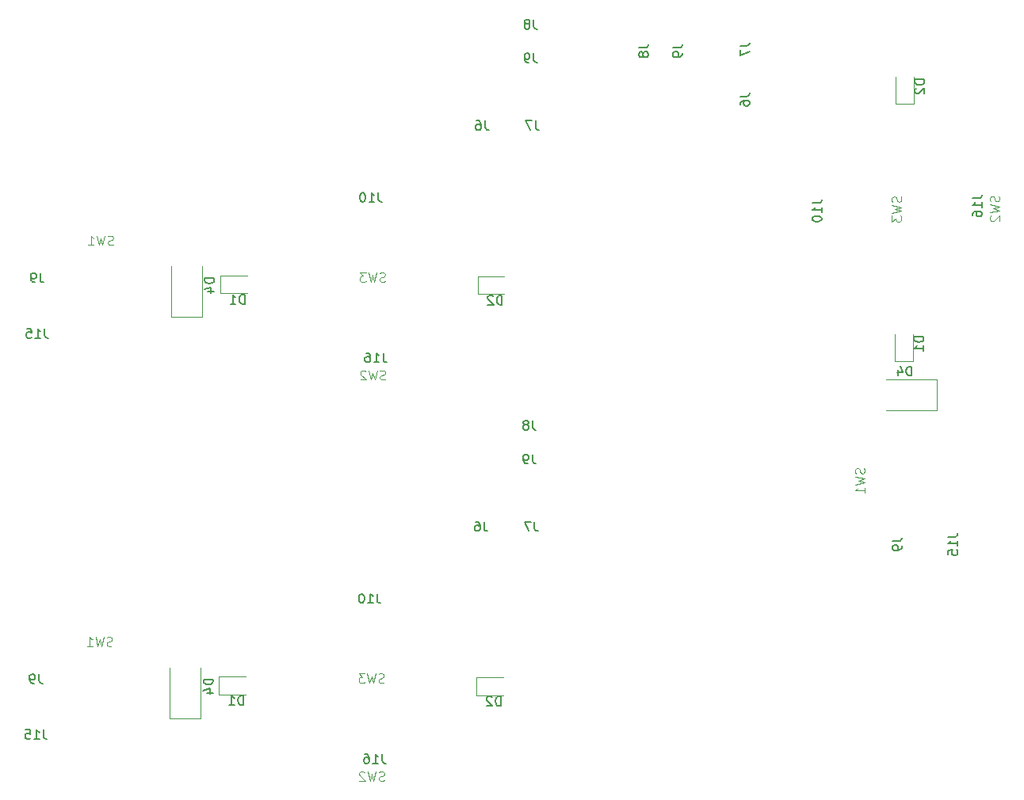
<source format=gbr>
G04 #@! TF.GenerationSoftware,KiCad,Pcbnew,(5.1.4)-1*
G04 #@! TF.CreationDate,2020-04-09T13:39:23+02:00*
G04 #@! TF.ProjectId,output.sky_panel_03_kits,6f757470-7574-42e7-936b-795f70616e65,rev?*
G04 #@! TF.SameCoordinates,Original*
G04 #@! TF.FileFunction,Legend,Bot*
G04 #@! TF.FilePolarity,Positive*
%FSLAX46Y46*%
G04 Gerber Fmt 4.6, Leading zero omitted, Abs format (unit mm)*
G04 Created by KiCad (PCBNEW (5.1.4)-1) date 2020-04-09 13:39:23*
%MOMM*%
%LPD*%
G04 APERTURE LIST*
%ADD10C,0.120000*%
%ADD11C,0.150000*%
%ADD12C,0.015000*%
G04 APERTURE END LIST*
D10*
X224065000Y-82485000D02*
X224065000Y-79625000D01*
X225985000Y-82485000D02*
X224065000Y-82485000D01*
X225985000Y-79625000D02*
X225985000Y-82485000D01*
X228435000Y-111945000D02*
X223035000Y-111945000D01*
X228435000Y-115245000D02*
X223035000Y-115245000D01*
X228435000Y-111945000D02*
X228435000Y-115245000D01*
X223983000Y-109983000D02*
X223983000Y-107123000D01*
X225903000Y-109983000D02*
X223983000Y-109983000D01*
X225903000Y-107123000D02*
X225903000Y-109983000D01*
X182275000Y-102810000D02*
X179415000Y-102810000D01*
X179415000Y-102810000D02*
X179415000Y-100890000D01*
X179415000Y-100890000D02*
X182275000Y-100890000D01*
X149955000Y-105260000D02*
X146655000Y-105260000D01*
X146655000Y-105260000D02*
X146655000Y-99860000D01*
X149955000Y-105260000D02*
X149955000Y-99860000D01*
X154777000Y-102728000D02*
X151917000Y-102728000D01*
X151917000Y-102728000D02*
X151917000Y-100808000D01*
X151917000Y-100808000D02*
X154777000Y-100808000D01*
X149830000Y-148135000D02*
X149830000Y-142735000D01*
X146530000Y-148135000D02*
X146530000Y-142735000D01*
X149830000Y-148135000D02*
X146530000Y-148135000D01*
X179290000Y-143765000D02*
X182150000Y-143765000D01*
X179290000Y-145685000D02*
X179290000Y-143765000D01*
X182150000Y-145685000D02*
X179290000Y-145685000D01*
X151792000Y-143683000D02*
X154652000Y-143683000D01*
X151792000Y-145603000D02*
X151792000Y-143683000D01*
X154652000Y-145603000D02*
X151792000Y-145603000D01*
D11*
X229677380Y-128755476D02*
X230391666Y-128755476D01*
X230534523Y-128707857D01*
X230629761Y-128612619D01*
X230677380Y-128469761D01*
X230677380Y-128374523D01*
X230677380Y-129755476D02*
X230677380Y-129184047D01*
X230677380Y-129469761D02*
X229677380Y-129469761D01*
X229820238Y-129374523D01*
X229915476Y-129279285D01*
X229963095Y-129184047D01*
X229677380Y-130660238D02*
X229677380Y-130184047D01*
X230153571Y-130136428D01*
X230105952Y-130184047D01*
X230058333Y-130279285D01*
X230058333Y-130517380D01*
X230105952Y-130612619D01*
X230153571Y-130660238D01*
X230248809Y-130707857D01*
X230486904Y-130707857D01*
X230582142Y-130660238D01*
X230629761Y-130612619D01*
X230677380Y-130517380D01*
X230677380Y-130279285D01*
X230629761Y-130184047D01*
X230582142Y-130136428D01*
X227127380Y-79886904D02*
X226127380Y-79886904D01*
X226127380Y-80125000D01*
X226175000Y-80267857D01*
X226270238Y-80363095D01*
X226365476Y-80410714D01*
X226555952Y-80458333D01*
X226698809Y-80458333D01*
X226889285Y-80410714D01*
X226984523Y-80363095D01*
X227079761Y-80267857D01*
X227127380Y-80125000D01*
X227127380Y-79886904D01*
X226222619Y-80839285D02*
X226175000Y-80886904D01*
X226127380Y-80982142D01*
X226127380Y-81220238D01*
X226175000Y-81315476D01*
X226222619Y-81363095D01*
X226317857Y-81410714D01*
X226413095Y-81410714D01*
X226555952Y-81363095D01*
X227127380Y-80791666D01*
X227127380Y-81410714D01*
D12*
X220709029Y-121415091D02*
X220756713Y-121558141D01*
X220756713Y-121796559D01*
X220709029Y-121891926D01*
X220661346Y-121939610D01*
X220565979Y-121987293D01*
X220470612Y-121987293D01*
X220375245Y-121939610D01*
X220327561Y-121891926D01*
X220279878Y-121796559D01*
X220232194Y-121605825D01*
X220184511Y-121510458D01*
X220136827Y-121462774D01*
X220041460Y-121415091D01*
X219946093Y-121415091D01*
X219850726Y-121462774D01*
X219803043Y-121510458D01*
X219755359Y-121605825D01*
X219755359Y-121844243D01*
X219803043Y-121987293D01*
X219755359Y-122321078D02*
X220756713Y-122559495D01*
X220041460Y-122750230D01*
X220756713Y-122940964D01*
X219755359Y-123179381D01*
X220756713Y-124085368D02*
X220756713Y-123513166D01*
X220756713Y-123799267D02*
X219755359Y-123799267D01*
X219898410Y-123703900D01*
X219993777Y-123608533D01*
X220041460Y-123513166D01*
D11*
X225773095Y-111547380D02*
X225773095Y-110547380D01*
X225535000Y-110547380D01*
X225392142Y-110595000D01*
X225296904Y-110690238D01*
X225249285Y-110785476D01*
X225201666Y-110975952D01*
X225201666Y-111118809D01*
X225249285Y-111309285D01*
X225296904Y-111404523D01*
X225392142Y-111499761D01*
X225535000Y-111547380D01*
X225773095Y-111547380D01*
X224344523Y-110880714D02*
X224344523Y-111547380D01*
X224582619Y-110499761D02*
X224820714Y-111214047D01*
X224201666Y-111214047D01*
X215147380Y-93095476D02*
X215861666Y-93095476D01*
X216004523Y-93047857D01*
X216099761Y-92952619D01*
X216147380Y-92809761D01*
X216147380Y-92714523D01*
X216147380Y-94095476D02*
X216147380Y-93524047D01*
X216147380Y-93809761D02*
X215147380Y-93809761D01*
X215290238Y-93714523D01*
X215385476Y-93619285D01*
X215433095Y-93524047D01*
X215147380Y-94714523D02*
X215147380Y-94809761D01*
X215195000Y-94905000D01*
X215242619Y-94952619D01*
X215337857Y-95000238D01*
X215528333Y-95047857D01*
X215766428Y-95047857D01*
X215956904Y-95000238D01*
X216052142Y-94952619D01*
X216099761Y-94905000D01*
X216147380Y-94809761D01*
X216147380Y-94714523D01*
X216099761Y-94619285D01*
X216052142Y-94571666D01*
X215956904Y-94524047D01*
X215766428Y-94476428D01*
X215528333Y-94476428D01*
X215337857Y-94524047D01*
X215242619Y-94571666D01*
X215195000Y-94619285D01*
X215147380Y-94714523D01*
X207449380Y-76292666D02*
X208163666Y-76292666D01*
X208306523Y-76245047D01*
X208401761Y-76149809D01*
X208449380Y-76006952D01*
X208449380Y-75911714D01*
X207449380Y-76673619D02*
X207449380Y-77340285D01*
X208449380Y-76911714D01*
X227045380Y-107384904D02*
X226045380Y-107384904D01*
X226045380Y-107623000D01*
X226093000Y-107765857D01*
X226188238Y-107861095D01*
X226283476Y-107908714D01*
X226473952Y-107956333D01*
X226616809Y-107956333D01*
X226807285Y-107908714D01*
X226902523Y-107861095D01*
X226997761Y-107765857D01*
X227045380Y-107623000D01*
X227045380Y-107384904D01*
X227045380Y-108908714D02*
X227045380Y-108337285D01*
X227045380Y-108623000D02*
X226045380Y-108623000D01*
X226188238Y-108527761D01*
X226283476Y-108432523D01*
X226331095Y-108337285D01*
X223727380Y-129221666D02*
X224441666Y-129221666D01*
X224584523Y-129174047D01*
X224679761Y-129078809D01*
X224727380Y-128935952D01*
X224727380Y-128840714D01*
X224727380Y-129745476D02*
X224727380Y-129935952D01*
X224679761Y-130031190D01*
X224632142Y-130078809D01*
X224489285Y-130174047D01*
X224298809Y-130221666D01*
X223917857Y-130221666D01*
X223822619Y-130174047D01*
X223775000Y-130126428D01*
X223727380Y-130031190D01*
X223727380Y-129840714D01*
X223775000Y-129745476D01*
X223822619Y-129697857D01*
X223917857Y-129650238D01*
X224155952Y-129650238D01*
X224251190Y-129697857D01*
X224298809Y-129745476D01*
X224346428Y-129840714D01*
X224346428Y-130031190D01*
X224298809Y-130126428D01*
X224251190Y-130174047D01*
X224155952Y-130221666D01*
X196649380Y-76492666D02*
X197363666Y-76492666D01*
X197506523Y-76445047D01*
X197601761Y-76349809D01*
X197649380Y-76206952D01*
X197649380Y-76111714D01*
X197077952Y-77111714D02*
X197030333Y-77016476D01*
X196982714Y-76968857D01*
X196887476Y-76921238D01*
X196839857Y-76921238D01*
X196744619Y-76968857D01*
X196697000Y-77016476D01*
X196649380Y-77111714D01*
X196649380Y-77302190D01*
X196697000Y-77397428D01*
X196744619Y-77445047D01*
X196839857Y-77492666D01*
X196887476Y-77492666D01*
X196982714Y-77445047D01*
X197030333Y-77397428D01*
X197077952Y-77302190D01*
X197077952Y-77111714D01*
X197125571Y-77016476D01*
X197173190Y-76968857D01*
X197268428Y-76921238D01*
X197458904Y-76921238D01*
X197554142Y-76968857D01*
X197601761Y-77016476D01*
X197649380Y-77111714D01*
X197649380Y-77302190D01*
X197601761Y-77397428D01*
X197554142Y-77445047D01*
X197458904Y-77492666D01*
X197268428Y-77492666D01*
X197173190Y-77445047D01*
X197125571Y-77397428D01*
X197077952Y-77302190D01*
X200249380Y-76492666D02*
X200963666Y-76492666D01*
X201106523Y-76445047D01*
X201201761Y-76349809D01*
X201249380Y-76206952D01*
X201249380Y-76111714D01*
X201249380Y-77016476D02*
X201249380Y-77206952D01*
X201201761Y-77302190D01*
X201154142Y-77349809D01*
X201011285Y-77445047D01*
X200820809Y-77492666D01*
X200439857Y-77492666D01*
X200344619Y-77445047D01*
X200297000Y-77397428D01*
X200249380Y-77302190D01*
X200249380Y-77111714D01*
X200297000Y-77016476D01*
X200344619Y-76968857D01*
X200439857Y-76921238D01*
X200677952Y-76921238D01*
X200773190Y-76968857D01*
X200820809Y-77016476D01*
X200868428Y-77111714D01*
X200868428Y-77302190D01*
X200820809Y-77397428D01*
X200773190Y-77445047D01*
X200677952Y-77492666D01*
X207449380Y-81692666D02*
X208163666Y-81692666D01*
X208306523Y-81645047D01*
X208401761Y-81549809D01*
X208449380Y-81406952D01*
X208449380Y-81311714D01*
X207449380Y-82597428D02*
X207449380Y-82406952D01*
X207497000Y-82311714D01*
X207544619Y-82264095D01*
X207687476Y-82168857D01*
X207877952Y-82121238D01*
X208258904Y-82121238D01*
X208354142Y-82168857D01*
X208401761Y-82216476D01*
X208449380Y-82311714D01*
X208449380Y-82502190D01*
X208401761Y-82597428D01*
X208354142Y-82645047D01*
X208258904Y-82692666D01*
X208020809Y-82692666D01*
X207925571Y-82645047D01*
X207877952Y-82597428D01*
X207830333Y-82502190D01*
X207830333Y-82311714D01*
X207877952Y-82216476D01*
X207925571Y-82168857D01*
X208020809Y-82121238D01*
D12*
X235101589Y-92344631D02*
X235149273Y-92487681D01*
X235149273Y-92726099D01*
X235101589Y-92821466D01*
X235053906Y-92869150D01*
X234958539Y-92916833D01*
X234863172Y-92916833D01*
X234767805Y-92869150D01*
X234720121Y-92821466D01*
X234672438Y-92726099D01*
X234624754Y-92535365D01*
X234577071Y-92439998D01*
X234529387Y-92392314D01*
X234434020Y-92344631D01*
X234338653Y-92344631D01*
X234243286Y-92392314D01*
X234195603Y-92439998D01*
X234147919Y-92535365D01*
X234147919Y-92773783D01*
X234195603Y-92916833D01*
X234147919Y-93250618D02*
X235149273Y-93489035D01*
X234434020Y-93679770D01*
X235149273Y-93870504D01*
X234147919Y-94108921D01*
X234243286Y-94442706D02*
X234195603Y-94490389D01*
X234147919Y-94585756D01*
X234147919Y-94824174D01*
X234195603Y-94919541D01*
X234243286Y-94967225D01*
X234338653Y-95014908D01*
X234434020Y-95014908D01*
X234577071Y-94967225D01*
X235149273Y-94395022D01*
X235149273Y-95014908D01*
X224631589Y-92384631D02*
X224679273Y-92527681D01*
X224679273Y-92766099D01*
X224631589Y-92861466D01*
X224583906Y-92909150D01*
X224488539Y-92956833D01*
X224393172Y-92956833D01*
X224297805Y-92909150D01*
X224250121Y-92861466D01*
X224202438Y-92766099D01*
X224154754Y-92575365D01*
X224107071Y-92479998D01*
X224059387Y-92432314D01*
X223964020Y-92384631D01*
X223868653Y-92384631D01*
X223773286Y-92432314D01*
X223725603Y-92479998D01*
X223677919Y-92575365D01*
X223677919Y-92813783D01*
X223725603Y-92956833D01*
X223677919Y-93290618D02*
X224679273Y-93529035D01*
X223964020Y-93719770D01*
X224679273Y-93910504D01*
X223677919Y-94148921D01*
X223677919Y-94435022D02*
X223677919Y-95054908D01*
X224059387Y-94721124D01*
X224059387Y-94864174D01*
X224107071Y-94959541D01*
X224154754Y-95007225D01*
X224250121Y-95054908D01*
X224488539Y-95054908D01*
X224583906Y-95007225D01*
X224631589Y-94959541D01*
X224679273Y-94864174D01*
X224679273Y-94578073D01*
X224631589Y-94482706D01*
X224583906Y-94435022D01*
D11*
X232277380Y-92575476D02*
X232991666Y-92575476D01*
X233134523Y-92527857D01*
X233229761Y-92432619D01*
X233277380Y-92289761D01*
X233277380Y-92194523D01*
X233277380Y-93575476D02*
X233277380Y-93004047D01*
X233277380Y-93289761D02*
X232277380Y-93289761D01*
X232420238Y-93194523D01*
X232515476Y-93099285D01*
X232563095Y-93004047D01*
X232277380Y-94432619D02*
X232277380Y-94242142D01*
X232325000Y-94146904D01*
X232372619Y-94099285D01*
X232515476Y-94004047D01*
X232705952Y-93956428D01*
X233086904Y-93956428D01*
X233182142Y-94004047D01*
X233229761Y-94051666D01*
X233277380Y-94146904D01*
X233277380Y-94337380D01*
X233229761Y-94432619D01*
X233182142Y-94480238D01*
X233086904Y-94527857D01*
X232848809Y-94527857D01*
X232753571Y-94480238D01*
X232705952Y-94432619D01*
X232658333Y-94337380D01*
X232658333Y-94146904D01*
X232705952Y-94051666D01*
X232753571Y-94004047D01*
X232848809Y-93956428D01*
X169324523Y-109102380D02*
X169324523Y-109816666D01*
X169372142Y-109959523D01*
X169467380Y-110054761D01*
X169610238Y-110102380D01*
X169705476Y-110102380D01*
X168324523Y-110102380D02*
X168895952Y-110102380D01*
X168610238Y-110102380D02*
X168610238Y-109102380D01*
X168705476Y-109245238D01*
X168800714Y-109340476D01*
X168895952Y-109388095D01*
X167467380Y-109102380D02*
X167657857Y-109102380D01*
X167753095Y-109150000D01*
X167800714Y-109197619D01*
X167895952Y-109340476D01*
X167943571Y-109530952D01*
X167943571Y-109911904D01*
X167895952Y-110007142D01*
X167848333Y-110054761D01*
X167753095Y-110102380D01*
X167562619Y-110102380D01*
X167467380Y-110054761D01*
X167419761Y-110007142D01*
X167372142Y-109911904D01*
X167372142Y-109673809D01*
X167419761Y-109578571D01*
X167467380Y-109530952D01*
X167562619Y-109483333D01*
X167753095Y-109483333D01*
X167848333Y-109530952D01*
X167895952Y-109578571D01*
X167943571Y-109673809D01*
X133144523Y-106502380D02*
X133144523Y-107216666D01*
X133192142Y-107359523D01*
X133287380Y-107454761D01*
X133430238Y-107502380D01*
X133525476Y-107502380D01*
X132144523Y-107502380D02*
X132715952Y-107502380D01*
X132430238Y-107502380D02*
X132430238Y-106502380D01*
X132525476Y-106645238D01*
X132620714Y-106740476D01*
X132715952Y-106788095D01*
X131239761Y-106502380D02*
X131715952Y-106502380D01*
X131763571Y-106978571D01*
X131715952Y-106930952D01*
X131620714Y-106883333D01*
X131382619Y-106883333D01*
X131287380Y-106930952D01*
X131239761Y-106978571D01*
X131192142Y-107073809D01*
X131192142Y-107311904D01*
X131239761Y-107407142D01*
X131287380Y-107454761D01*
X131382619Y-107502380D01*
X131620714Y-107502380D01*
X131715952Y-107454761D01*
X131763571Y-107407142D01*
X182013095Y-103952380D02*
X182013095Y-102952380D01*
X181775000Y-102952380D01*
X181632142Y-103000000D01*
X181536904Y-103095238D01*
X181489285Y-103190476D01*
X181441666Y-103380952D01*
X181441666Y-103523809D01*
X181489285Y-103714285D01*
X181536904Y-103809523D01*
X181632142Y-103904761D01*
X181775000Y-103952380D01*
X182013095Y-103952380D01*
X181060714Y-103047619D02*
X181013095Y-103000000D01*
X180917857Y-102952380D01*
X180679761Y-102952380D01*
X180584523Y-103000000D01*
X180536904Y-103047619D01*
X180489285Y-103142857D01*
X180489285Y-103238095D01*
X180536904Y-103380952D01*
X181108333Y-103952380D01*
X180489285Y-103952380D01*
D12*
X140484908Y-97534029D02*
X140341858Y-97581713D01*
X140103440Y-97581713D01*
X140008073Y-97534029D01*
X139960389Y-97486346D01*
X139912706Y-97390979D01*
X139912706Y-97295612D01*
X139960389Y-97200245D01*
X140008073Y-97152561D01*
X140103440Y-97104878D01*
X140294174Y-97057194D01*
X140389541Y-97009511D01*
X140437225Y-96961827D01*
X140484908Y-96866460D01*
X140484908Y-96771093D01*
X140437225Y-96675726D01*
X140389541Y-96628043D01*
X140294174Y-96580359D01*
X140055756Y-96580359D01*
X139912706Y-96628043D01*
X139578921Y-96580359D02*
X139340504Y-97581713D01*
X139149770Y-96866460D01*
X138959035Y-97581713D01*
X138720618Y-96580359D01*
X137814631Y-97581713D02*
X138386833Y-97581713D01*
X138100732Y-97581713D02*
X138100732Y-96580359D01*
X138196099Y-96723410D01*
X138291466Y-96818777D01*
X138386833Y-96866460D01*
D11*
X151257380Y-101121904D02*
X150257380Y-101121904D01*
X150257380Y-101360000D01*
X150305000Y-101502857D01*
X150400238Y-101598095D01*
X150495476Y-101645714D01*
X150685952Y-101693333D01*
X150828809Y-101693333D01*
X151019285Y-101645714D01*
X151114523Y-101598095D01*
X151209761Y-101502857D01*
X151257380Y-101360000D01*
X151257380Y-101121904D01*
X150590714Y-102550476D02*
X151257380Y-102550476D01*
X150209761Y-102312380D02*
X150924047Y-102074285D01*
X150924047Y-102693333D01*
D12*
X169555368Y-111926589D02*
X169412318Y-111974273D01*
X169173900Y-111974273D01*
X169078533Y-111926589D01*
X169030849Y-111878906D01*
X168983166Y-111783539D01*
X168983166Y-111688172D01*
X169030849Y-111592805D01*
X169078533Y-111545121D01*
X169173900Y-111497438D01*
X169364634Y-111449754D01*
X169460001Y-111402071D01*
X169507685Y-111354387D01*
X169555368Y-111259020D01*
X169555368Y-111163653D01*
X169507685Y-111068286D01*
X169460001Y-111020603D01*
X169364634Y-110972919D01*
X169126216Y-110972919D01*
X168983166Y-111020603D01*
X168649381Y-110972919D02*
X168410964Y-111974273D01*
X168220230Y-111259020D01*
X168029495Y-111974273D01*
X167791078Y-110972919D01*
X167457293Y-111068286D02*
X167409610Y-111020603D01*
X167314243Y-110972919D01*
X167075825Y-110972919D01*
X166980458Y-111020603D01*
X166932774Y-111068286D01*
X166885091Y-111163653D01*
X166885091Y-111259020D01*
X166932774Y-111402071D01*
X167504977Y-111974273D01*
X166885091Y-111974273D01*
D11*
X168804523Y-91972380D02*
X168804523Y-92686666D01*
X168852142Y-92829523D01*
X168947380Y-92924761D01*
X169090238Y-92972380D01*
X169185476Y-92972380D01*
X167804523Y-92972380D02*
X168375952Y-92972380D01*
X168090238Y-92972380D02*
X168090238Y-91972380D01*
X168185476Y-92115238D01*
X168280714Y-92210476D01*
X168375952Y-92258095D01*
X167185476Y-91972380D02*
X167090238Y-91972380D01*
X166995000Y-92020000D01*
X166947380Y-92067619D01*
X166899761Y-92162857D01*
X166852142Y-92353333D01*
X166852142Y-92591428D01*
X166899761Y-92781904D01*
X166947380Y-92877142D01*
X166995000Y-92924761D01*
X167090238Y-92972380D01*
X167185476Y-92972380D01*
X167280714Y-92924761D01*
X167328333Y-92877142D01*
X167375952Y-92781904D01*
X167423571Y-92591428D01*
X167423571Y-92353333D01*
X167375952Y-92162857D01*
X167328333Y-92067619D01*
X167280714Y-92020000D01*
X167185476Y-91972380D01*
D12*
X169515368Y-101456589D02*
X169372318Y-101504273D01*
X169133900Y-101504273D01*
X169038533Y-101456589D01*
X168990849Y-101408906D01*
X168943166Y-101313539D01*
X168943166Y-101218172D01*
X168990849Y-101122805D01*
X169038533Y-101075121D01*
X169133900Y-101027438D01*
X169324634Y-100979754D01*
X169420001Y-100932071D01*
X169467685Y-100884387D01*
X169515368Y-100789020D01*
X169515368Y-100693653D01*
X169467685Y-100598286D01*
X169420001Y-100550603D01*
X169324634Y-100502919D01*
X169086216Y-100502919D01*
X168943166Y-100550603D01*
X168609381Y-100502919D02*
X168370964Y-101504273D01*
X168180230Y-100789020D01*
X167989495Y-101504273D01*
X167751078Y-100502919D01*
X167464977Y-100502919D02*
X166845091Y-100502919D01*
X167178876Y-100884387D01*
X167035825Y-100884387D01*
X166940458Y-100932071D01*
X166892774Y-100979754D01*
X166845091Y-101075121D01*
X166845091Y-101313539D01*
X166892774Y-101408906D01*
X166940458Y-101456589D01*
X167035825Y-101504273D01*
X167321926Y-101504273D01*
X167417293Y-101456589D01*
X167464977Y-101408906D01*
D11*
X154515095Y-103870380D02*
X154515095Y-102870380D01*
X154277000Y-102870380D01*
X154134142Y-102918000D01*
X154038904Y-103013238D01*
X153991285Y-103108476D01*
X153943666Y-103298952D01*
X153943666Y-103441809D01*
X153991285Y-103632285D01*
X154038904Y-103727523D01*
X154134142Y-103822761D01*
X154277000Y-103870380D01*
X154515095Y-103870380D01*
X152991285Y-103870380D02*
X153562714Y-103870380D01*
X153277000Y-103870380D02*
X153277000Y-102870380D01*
X153372238Y-103013238D01*
X153467476Y-103108476D01*
X153562714Y-103156095D01*
X132678333Y-100552380D02*
X132678333Y-101266666D01*
X132725952Y-101409523D01*
X132821190Y-101504761D01*
X132964047Y-101552380D01*
X133059285Y-101552380D01*
X132154523Y-101552380D02*
X131964047Y-101552380D01*
X131868809Y-101504761D01*
X131821190Y-101457142D01*
X131725952Y-101314285D01*
X131678333Y-101123809D01*
X131678333Y-100742857D01*
X131725952Y-100647619D01*
X131773571Y-100600000D01*
X131868809Y-100552380D01*
X132059285Y-100552380D01*
X132154523Y-100600000D01*
X132202142Y-100647619D01*
X132249761Y-100742857D01*
X132249761Y-100980952D01*
X132202142Y-101076190D01*
X132154523Y-101123809D01*
X132059285Y-101171428D01*
X131868809Y-101171428D01*
X131773571Y-101123809D01*
X131725952Y-101076190D01*
X131678333Y-100980952D01*
X180207333Y-84274380D02*
X180207333Y-84988666D01*
X180254952Y-85131523D01*
X180350190Y-85226761D01*
X180493047Y-85274380D01*
X180588285Y-85274380D01*
X179302571Y-84274380D02*
X179493047Y-84274380D01*
X179588285Y-84322000D01*
X179635904Y-84369619D01*
X179731142Y-84512476D01*
X179778761Y-84702952D01*
X179778761Y-85083904D01*
X179731142Y-85179142D01*
X179683523Y-85226761D01*
X179588285Y-85274380D01*
X179397809Y-85274380D01*
X179302571Y-85226761D01*
X179254952Y-85179142D01*
X179207333Y-85083904D01*
X179207333Y-84845809D01*
X179254952Y-84750571D01*
X179302571Y-84702952D01*
X179397809Y-84655333D01*
X179588285Y-84655333D01*
X179683523Y-84702952D01*
X179731142Y-84750571D01*
X179778761Y-84845809D01*
X185407333Y-73474380D02*
X185407333Y-74188666D01*
X185454952Y-74331523D01*
X185550190Y-74426761D01*
X185693047Y-74474380D01*
X185788285Y-74474380D01*
X184788285Y-73902952D02*
X184883523Y-73855333D01*
X184931142Y-73807714D01*
X184978761Y-73712476D01*
X184978761Y-73664857D01*
X184931142Y-73569619D01*
X184883523Y-73522000D01*
X184788285Y-73474380D01*
X184597809Y-73474380D01*
X184502571Y-73522000D01*
X184454952Y-73569619D01*
X184407333Y-73664857D01*
X184407333Y-73712476D01*
X184454952Y-73807714D01*
X184502571Y-73855333D01*
X184597809Y-73902952D01*
X184788285Y-73902952D01*
X184883523Y-73950571D01*
X184931142Y-73998190D01*
X184978761Y-74093428D01*
X184978761Y-74283904D01*
X184931142Y-74379142D01*
X184883523Y-74426761D01*
X184788285Y-74474380D01*
X184597809Y-74474380D01*
X184502571Y-74426761D01*
X184454952Y-74379142D01*
X184407333Y-74283904D01*
X184407333Y-74093428D01*
X184454952Y-73998190D01*
X184502571Y-73950571D01*
X184597809Y-73902952D01*
X185407333Y-77074380D02*
X185407333Y-77788666D01*
X185454952Y-77931523D01*
X185550190Y-78026761D01*
X185693047Y-78074380D01*
X185788285Y-78074380D01*
X184883523Y-78074380D02*
X184693047Y-78074380D01*
X184597809Y-78026761D01*
X184550190Y-77979142D01*
X184454952Y-77836285D01*
X184407333Y-77645809D01*
X184407333Y-77264857D01*
X184454952Y-77169619D01*
X184502571Y-77122000D01*
X184597809Y-77074380D01*
X184788285Y-77074380D01*
X184883523Y-77122000D01*
X184931142Y-77169619D01*
X184978761Y-77264857D01*
X184978761Y-77502952D01*
X184931142Y-77598190D01*
X184883523Y-77645809D01*
X184788285Y-77693428D01*
X184597809Y-77693428D01*
X184502571Y-77645809D01*
X184454952Y-77598190D01*
X184407333Y-77502952D01*
X185607333Y-84274380D02*
X185607333Y-84988666D01*
X185654952Y-85131523D01*
X185750190Y-85226761D01*
X185893047Y-85274380D01*
X185988285Y-85274380D01*
X185226380Y-84274380D02*
X184559714Y-84274380D01*
X184988285Y-85274380D01*
X133019523Y-149377380D02*
X133019523Y-150091666D01*
X133067142Y-150234523D01*
X133162380Y-150329761D01*
X133305238Y-150377380D01*
X133400476Y-150377380D01*
X132019523Y-150377380D02*
X132590952Y-150377380D01*
X132305238Y-150377380D02*
X132305238Y-149377380D01*
X132400476Y-149520238D01*
X132495714Y-149615476D01*
X132590952Y-149663095D01*
X131114761Y-149377380D02*
X131590952Y-149377380D01*
X131638571Y-149853571D01*
X131590952Y-149805952D01*
X131495714Y-149758333D01*
X131257619Y-149758333D01*
X131162380Y-149805952D01*
X131114761Y-149853571D01*
X131067142Y-149948809D01*
X131067142Y-150186904D01*
X131114761Y-150282142D01*
X131162380Y-150329761D01*
X131257619Y-150377380D01*
X131495714Y-150377380D01*
X131590952Y-150329761D01*
X131638571Y-150282142D01*
X169199523Y-151977380D02*
X169199523Y-152691666D01*
X169247142Y-152834523D01*
X169342380Y-152929761D01*
X169485238Y-152977380D01*
X169580476Y-152977380D01*
X168199523Y-152977380D02*
X168770952Y-152977380D01*
X168485238Y-152977380D02*
X168485238Y-151977380D01*
X168580476Y-152120238D01*
X168675714Y-152215476D01*
X168770952Y-152263095D01*
X167342380Y-151977380D02*
X167532857Y-151977380D01*
X167628095Y-152025000D01*
X167675714Y-152072619D01*
X167770952Y-152215476D01*
X167818571Y-152405952D01*
X167818571Y-152786904D01*
X167770952Y-152882142D01*
X167723333Y-152929761D01*
X167628095Y-152977380D01*
X167437619Y-152977380D01*
X167342380Y-152929761D01*
X167294761Y-152882142D01*
X167247142Y-152786904D01*
X167247142Y-152548809D01*
X167294761Y-152453571D01*
X167342380Y-152405952D01*
X167437619Y-152358333D01*
X167628095Y-152358333D01*
X167723333Y-152405952D01*
X167770952Y-152453571D01*
X167818571Y-152548809D01*
X168679523Y-134847380D02*
X168679523Y-135561666D01*
X168727142Y-135704523D01*
X168822380Y-135799761D01*
X168965238Y-135847380D01*
X169060476Y-135847380D01*
X167679523Y-135847380D02*
X168250952Y-135847380D01*
X167965238Y-135847380D02*
X167965238Y-134847380D01*
X168060476Y-134990238D01*
X168155714Y-135085476D01*
X168250952Y-135133095D01*
X167060476Y-134847380D02*
X166965238Y-134847380D01*
X166870000Y-134895000D01*
X166822380Y-134942619D01*
X166774761Y-135037857D01*
X166727142Y-135228333D01*
X166727142Y-135466428D01*
X166774761Y-135656904D01*
X166822380Y-135752142D01*
X166870000Y-135799761D01*
X166965238Y-135847380D01*
X167060476Y-135847380D01*
X167155714Y-135799761D01*
X167203333Y-135752142D01*
X167250952Y-135656904D01*
X167298571Y-135466428D01*
X167298571Y-135228333D01*
X167250952Y-135037857D01*
X167203333Y-134942619D01*
X167155714Y-134895000D01*
X167060476Y-134847380D01*
X132553333Y-143427380D02*
X132553333Y-144141666D01*
X132600952Y-144284523D01*
X132696190Y-144379761D01*
X132839047Y-144427380D01*
X132934285Y-144427380D01*
X132029523Y-144427380D02*
X131839047Y-144427380D01*
X131743809Y-144379761D01*
X131696190Y-144332142D01*
X131600952Y-144189285D01*
X131553333Y-143998809D01*
X131553333Y-143617857D01*
X131600952Y-143522619D01*
X131648571Y-143475000D01*
X131743809Y-143427380D01*
X131934285Y-143427380D01*
X132029523Y-143475000D01*
X132077142Y-143522619D01*
X132124761Y-143617857D01*
X132124761Y-143855952D01*
X132077142Y-143951190D01*
X132029523Y-143998809D01*
X131934285Y-144046428D01*
X131743809Y-144046428D01*
X131648571Y-143998809D01*
X131600952Y-143951190D01*
X131553333Y-143855952D01*
D12*
X169390368Y-144331589D02*
X169247318Y-144379273D01*
X169008900Y-144379273D01*
X168913533Y-144331589D01*
X168865849Y-144283906D01*
X168818166Y-144188539D01*
X168818166Y-144093172D01*
X168865849Y-143997805D01*
X168913533Y-143950121D01*
X169008900Y-143902438D01*
X169199634Y-143854754D01*
X169295001Y-143807071D01*
X169342685Y-143759387D01*
X169390368Y-143664020D01*
X169390368Y-143568653D01*
X169342685Y-143473286D01*
X169295001Y-143425603D01*
X169199634Y-143377919D01*
X168961216Y-143377919D01*
X168818166Y-143425603D01*
X168484381Y-143377919D02*
X168245964Y-144379273D01*
X168055230Y-143664020D01*
X167864495Y-144379273D01*
X167626078Y-143377919D01*
X167339977Y-143377919D02*
X166720091Y-143377919D01*
X167053876Y-143759387D01*
X166910825Y-143759387D01*
X166815458Y-143807071D01*
X166767774Y-143854754D01*
X166720091Y-143950121D01*
X166720091Y-144188539D01*
X166767774Y-144283906D01*
X166815458Y-144331589D01*
X166910825Y-144379273D01*
X167196926Y-144379273D01*
X167292293Y-144331589D01*
X167339977Y-144283906D01*
X169430368Y-154801589D02*
X169287318Y-154849273D01*
X169048900Y-154849273D01*
X168953533Y-154801589D01*
X168905849Y-154753906D01*
X168858166Y-154658539D01*
X168858166Y-154563172D01*
X168905849Y-154467805D01*
X168953533Y-154420121D01*
X169048900Y-154372438D01*
X169239634Y-154324754D01*
X169335001Y-154277071D01*
X169382685Y-154229387D01*
X169430368Y-154134020D01*
X169430368Y-154038653D01*
X169382685Y-153943286D01*
X169335001Y-153895603D01*
X169239634Y-153847919D01*
X169001216Y-153847919D01*
X168858166Y-153895603D01*
X168524381Y-153847919D02*
X168285964Y-154849273D01*
X168095230Y-154134020D01*
X167904495Y-154849273D01*
X167666078Y-153847919D01*
X167332293Y-153943286D02*
X167284610Y-153895603D01*
X167189243Y-153847919D01*
X166950825Y-153847919D01*
X166855458Y-153895603D01*
X166807774Y-153943286D01*
X166760091Y-154038653D01*
X166760091Y-154134020D01*
X166807774Y-154277071D01*
X167379977Y-154849273D01*
X166760091Y-154849273D01*
X140359908Y-140409029D02*
X140216858Y-140456713D01*
X139978440Y-140456713D01*
X139883073Y-140409029D01*
X139835389Y-140361346D01*
X139787706Y-140265979D01*
X139787706Y-140170612D01*
X139835389Y-140075245D01*
X139883073Y-140027561D01*
X139978440Y-139979878D01*
X140169174Y-139932194D01*
X140264541Y-139884511D01*
X140312225Y-139836827D01*
X140359908Y-139741460D01*
X140359908Y-139646093D01*
X140312225Y-139550726D01*
X140264541Y-139503043D01*
X140169174Y-139455359D01*
X139930756Y-139455359D01*
X139787706Y-139503043D01*
X139453921Y-139455359D02*
X139215504Y-140456713D01*
X139024770Y-139741460D01*
X138834035Y-140456713D01*
X138595618Y-139455359D01*
X137689631Y-140456713D02*
X138261833Y-140456713D01*
X137975732Y-140456713D02*
X137975732Y-139455359D01*
X138071099Y-139598410D01*
X138166466Y-139693777D01*
X138261833Y-139741460D01*
D11*
X151132380Y-143996904D02*
X150132380Y-143996904D01*
X150132380Y-144235000D01*
X150180000Y-144377857D01*
X150275238Y-144473095D01*
X150370476Y-144520714D01*
X150560952Y-144568333D01*
X150703809Y-144568333D01*
X150894285Y-144520714D01*
X150989523Y-144473095D01*
X151084761Y-144377857D01*
X151132380Y-144235000D01*
X151132380Y-143996904D01*
X150465714Y-145425476D02*
X151132380Y-145425476D01*
X150084761Y-145187380D02*
X150799047Y-144949285D01*
X150799047Y-145568333D01*
X181888095Y-146827380D02*
X181888095Y-145827380D01*
X181650000Y-145827380D01*
X181507142Y-145875000D01*
X181411904Y-145970238D01*
X181364285Y-146065476D01*
X181316666Y-146255952D01*
X181316666Y-146398809D01*
X181364285Y-146589285D01*
X181411904Y-146684523D01*
X181507142Y-146779761D01*
X181650000Y-146827380D01*
X181888095Y-146827380D01*
X180935714Y-145922619D02*
X180888095Y-145875000D01*
X180792857Y-145827380D01*
X180554761Y-145827380D01*
X180459523Y-145875000D01*
X180411904Y-145922619D01*
X180364285Y-146017857D01*
X180364285Y-146113095D01*
X180411904Y-146255952D01*
X180983333Y-146827380D01*
X180364285Y-146827380D01*
X154390095Y-146745380D02*
X154390095Y-145745380D01*
X154152000Y-145745380D01*
X154009142Y-145793000D01*
X153913904Y-145888238D01*
X153866285Y-145983476D01*
X153818666Y-146173952D01*
X153818666Y-146316809D01*
X153866285Y-146507285D01*
X153913904Y-146602523D01*
X154009142Y-146697761D01*
X154152000Y-146745380D01*
X154390095Y-146745380D01*
X152866285Y-146745380D02*
X153437714Y-146745380D01*
X153152000Y-146745380D02*
X153152000Y-145745380D01*
X153247238Y-145888238D01*
X153342476Y-145983476D01*
X153437714Y-146031095D01*
X185282333Y-119949380D02*
X185282333Y-120663666D01*
X185329952Y-120806523D01*
X185425190Y-120901761D01*
X185568047Y-120949380D01*
X185663285Y-120949380D01*
X184758523Y-120949380D02*
X184568047Y-120949380D01*
X184472809Y-120901761D01*
X184425190Y-120854142D01*
X184329952Y-120711285D01*
X184282333Y-120520809D01*
X184282333Y-120139857D01*
X184329952Y-120044619D01*
X184377571Y-119997000D01*
X184472809Y-119949380D01*
X184663285Y-119949380D01*
X184758523Y-119997000D01*
X184806142Y-120044619D01*
X184853761Y-120139857D01*
X184853761Y-120377952D01*
X184806142Y-120473190D01*
X184758523Y-120520809D01*
X184663285Y-120568428D01*
X184472809Y-120568428D01*
X184377571Y-120520809D01*
X184329952Y-120473190D01*
X184282333Y-120377952D01*
X185282333Y-116349380D02*
X185282333Y-117063666D01*
X185329952Y-117206523D01*
X185425190Y-117301761D01*
X185568047Y-117349380D01*
X185663285Y-117349380D01*
X184663285Y-116777952D02*
X184758523Y-116730333D01*
X184806142Y-116682714D01*
X184853761Y-116587476D01*
X184853761Y-116539857D01*
X184806142Y-116444619D01*
X184758523Y-116397000D01*
X184663285Y-116349380D01*
X184472809Y-116349380D01*
X184377571Y-116397000D01*
X184329952Y-116444619D01*
X184282333Y-116539857D01*
X184282333Y-116587476D01*
X184329952Y-116682714D01*
X184377571Y-116730333D01*
X184472809Y-116777952D01*
X184663285Y-116777952D01*
X184758523Y-116825571D01*
X184806142Y-116873190D01*
X184853761Y-116968428D01*
X184853761Y-117158904D01*
X184806142Y-117254142D01*
X184758523Y-117301761D01*
X184663285Y-117349380D01*
X184472809Y-117349380D01*
X184377571Y-117301761D01*
X184329952Y-117254142D01*
X184282333Y-117158904D01*
X184282333Y-116968428D01*
X184329952Y-116873190D01*
X184377571Y-116825571D01*
X184472809Y-116777952D01*
X185482333Y-127149380D02*
X185482333Y-127863666D01*
X185529952Y-128006523D01*
X185625190Y-128101761D01*
X185768047Y-128149380D01*
X185863285Y-128149380D01*
X185101380Y-127149380D02*
X184434714Y-127149380D01*
X184863285Y-128149380D01*
X180082333Y-127149380D02*
X180082333Y-127863666D01*
X180129952Y-128006523D01*
X180225190Y-128101761D01*
X180368047Y-128149380D01*
X180463285Y-128149380D01*
X179177571Y-127149380D02*
X179368047Y-127149380D01*
X179463285Y-127197000D01*
X179510904Y-127244619D01*
X179606142Y-127387476D01*
X179653761Y-127577952D01*
X179653761Y-127958904D01*
X179606142Y-128054142D01*
X179558523Y-128101761D01*
X179463285Y-128149380D01*
X179272809Y-128149380D01*
X179177571Y-128101761D01*
X179129952Y-128054142D01*
X179082333Y-127958904D01*
X179082333Y-127720809D01*
X179129952Y-127625571D01*
X179177571Y-127577952D01*
X179272809Y-127530333D01*
X179463285Y-127530333D01*
X179558523Y-127577952D01*
X179606142Y-127625571D01*
X179653761Y-127720809D01*
M02*

</source>
